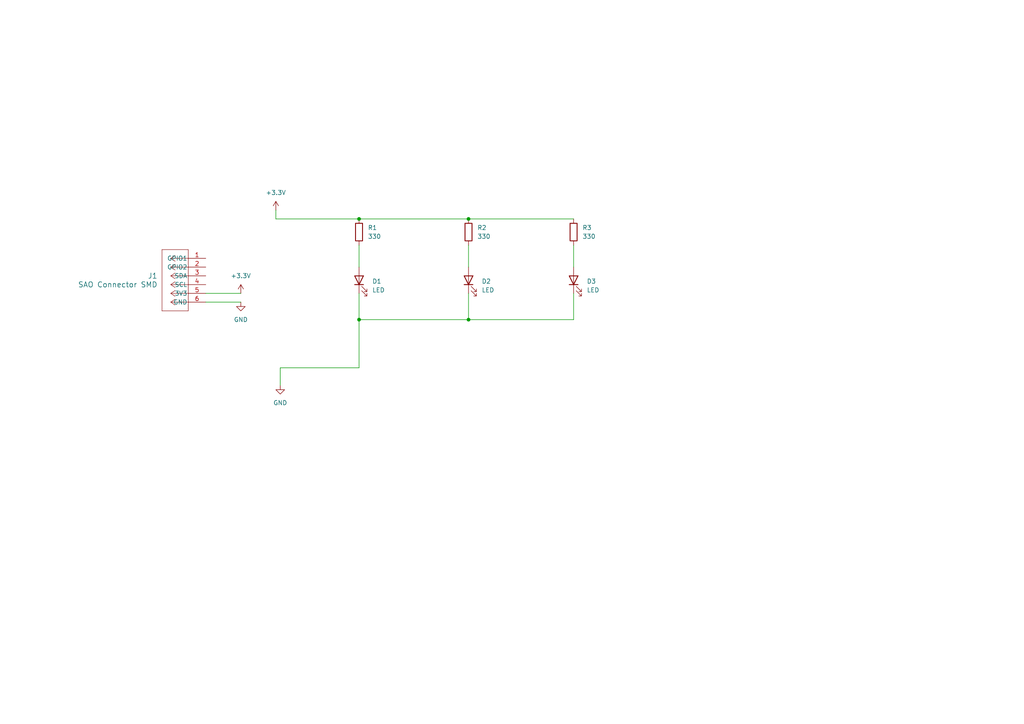
<source format=kicad_sch>
(kicad_sch
	(version 20231120)
	(generator "eeschema")
	(generator_version "8.0")
	(uuid "d5f2a1aa-578a-4ad8-9c0e-4bf4fc341cac")
	(paper "A4")
	(lib_symbols
		(symbol "Device:LED"
			(pin_numbers hide)
			(pin_names
				(offset 1.016) hide)
			(exclude_from_sim no)
			(in_bom yes)
			(on_board yes)
			(property "Reference" "D"
				(at 0 2.54 0)
				(effects
					(font
						(size 1.27 1.27)
					)
				)
			)
			(property "Value" "LED"
				(at 0 -2.54 0)
				(effects
					(font
						(size 1.27 1.27)
					)
				)
			)
			(property "Footprint" ""
				(at 0 0 0)
				(effects
					(font
						(size 1.27 1.27)
					)
					(hide yes)
				)
			)
			(property "Datasheet" "~"
				(at 0 0 0)
				(effects
					(font
						(size 1.27 1.27)
					)
					(hide yes)
				)
			)
			(property "Description" "Light emitting diode"
				(at 0 0 0)
				(effects
					(font
						(size 1.27 1.27)
					)
					(hide yes)
				)
			)
			(property "ki_keywords" "LED diode"
				(at 0 0 0)
				(effects
					(font
						(size 1.27 1.27)
					)
					(hide yes)
				)
			)
			(property "ki_fp_filters" "LED* LED_SMD:* LED_THT:*"
				(at 0 0 0)
				(effects
					(font
						(size 1.27 1.27)
					)
					(hide yes)
				)
			)
			(symbol "LED_0_1"
				(polyline
					(pts
						(xy -1.27 -1.27) (xy -1.27 1.27)
					)
					(stroke
						(width 0.254)
						(type default)
					)
					(fill
						(type none)
					)
				)
				(polyline
					(pts
						(xy -1.27 0) (xy 1.27 0)
					)
					(stroke
						(width 0)
						(type default)
					)
					(fill
						(type none)
					)
				)
				(polyline
					(pts
						(xy 1.27 -1.27) (xy 1.27 1.27) (xy -1.27 0) (xy 1.27 -1.27)
					)
					(stroke
						(width 0.254)
						(type default)
					)
					(fill
						(type none)
					)
				)
				(polyline
					(pts
						(xy -3.048 -0.762) (xy -4.572 -2.286) (xy -3.81 -2.286) (xy -4.572 -2.286) (xy -4.572 -1.524)
					)
					(stroke
						(width 0)
						(type default)
					)
					(fill
						(type none)
					)
				)
				(polyline
					(pts
						(xy -1.778 -0.762) (xy -3.302 -2.286) (xy -2.54 -2.286) (xy -3.302 -2.286) (xy -3.302 -1.524)
					)
					(stroke
						(width 0)
						(type default)
					)
					(fill
						(type none)
					)
				)
			)
			(symbol "LED_1_1"
				(pin passive line
					(at -3.81 0 0)
					(length 2.54)
					(name "K"
						(effects
							(font
								(size 1.27 1.27)
							)
						)
					)
					(number "1"
						(effects
							(font
								(size 1.27 1.27)
							)
						)
					)
				)
				(pin passive line
					(at 3.81 0 180)
					(length 2.54)
					(name "A"
						(effects
							(font
								(size 1.27 1.27)
							)
						)
					)
					(number "2"
						(effects
							(font
								(size 1.27 1.27)
							)
						)
					)
				)
			)
		)
		(symbol "Device:R"
			(pin_numbers hide)
			(pin_names
				(offset 0)
			)
			(exclude_from_sim no)
			(in_bom yes)
			(on_board yes)
			(property "Reference" "R"
				(at 2.032 0 90)
				(effects
					(font
						(size 1.27 1.27)
					)
				)
			)
			(property "Value" "R"
				(at 0 0 90)
				(effects
					(font
						(size 1.27 1.27)
					)
				)
			)
			(property "Footprint" ""
				(at -1.778 0 90)
				(effects
					(font
						(size 1.27 1.27)
					)
					(hide yes)
				)
			)
			(property "Datasheet" "~"
				(at 0 0 0)
				(effects
					(font
						(size 1.27 1.27)
					)
					(hide yes)
				)
			)
			(property "Description" "Resistor"
				(at 0 0 0)
				(effects
					(font
						(size 1.27 1.27)
					)
					(hide yes)
				)
			)
			(property "ki_keywords" "R res resistor"
				(at 0 0 0)
				(effects
					(font
						(size 1.27 1.27)
					)
					(hide yes)
				)
			)
			(property "ki_fp_filters" "R_*"
				(at 0 0 0)
				(effects
					(font
						(size 1.27 1.27)
					)
					(hide yes)
				)
			)
			(symbol "R_0_1"
				(rectangle
					(start -1.016 -2.54)
					(end 1.016 2.54)
					(stroke
						(width 0.254)
						(type default)
					)
					(fill
						(type none)
					)
				)
			)
			(symbol "R_1_1"
				(pin passive line
					(at 0 3.81 270)
					(length 1.27)
					(name "~"
						(effects
							(font
								(size 1.27 1.27)
							)
						)
					)
					(number "1"
						(effects
							(font
								(size 1.27 1.27)
							)
						)
					)
				)
				(pin passive line
					(at 0 -3.81 90)
					(length 1.27)
					(name "~"
						(effects
							(font
								(size 1.27 1.27)
							)
						)
					)
					(number "2"
						(effects
							(font
								(size 1.27 1.27)
							)
						)
					)
				)
			)
		)
		(symbol "SAO Connector SMD:SAO Connector SMD"
			(pin_names
				(offset 0.254)
			)
			(exclude_from_sim no)
			(in_bom yes)
			(on_board yes)
			(property "Reference" "J"
				(at 8.89 6.35 0)
				(effects
					(font
						(size 1.524 1.524)
					)
				)
			)
			(property "Value" "SAO Connector SMD"
				(at 0 0 0)
				(effects
					(font
						(size 1.524 1.524)
					)
				)
			)
			(property "Footprint" "components:SAO Connector SMD"
				(at 0 0 0)
				(effects
					(font
						(size 1.27 1.27)
						(italic yes)
					)
					(hide yes)
				)
			)
			(property "Datasheet" "M20-8760342"
				(at 0 0 0)
				(effects
					(font
						(size 1.27 1.27)
						(italic yes)
					)
					(hide yes)
				)
			)
			(property "Description" ""
				(at 0 0 0)
				(effects
					(font
						(size 1.27 1.27)
					)
					(hide yes)
				)
			)
			(property "ki_keywords" "M20-8760342"
				(at 0 0 0)
				(effects
					(font
						(size 1.27 1.27)
					)
					(hide yes)
				)
			)
			(property "ki_fp_filters" "CONN6_M20-8760342_HRW"
				(at 0 0 0)
				(effects
					(font
						(size 1.27 1.27)
					)
					(hide yes)
				)
			)
			(symbol "SAO Connector SMD_1_1"
				(polyline
					(pts
						(xy 5.08 -15.24) (xy 12.7 -15.24)
					)
					(stroke
						(width 0.127)
						(type default)
					)
					(fill
						(type none)
					)
				)
				(polyline
					(pts
						(xy 5.08 2.54) (xy 5.08 -15.24)
					)
					(stroke
						(width 0.127)
						(type default)
					)
					(fill
						(type none)
					)
				)
				(polyline
					(pts
						(xy 10.16 -12.7) (xy 5.08 -12.7)
					)
					(stroke
						(width 0.127)
						(type default)
					)
					(fill
						(type none)
					)
				)
				(polyline
					(pts
						(xy 10.16 -12.7) (xy 8.89 -13.5467)
					)
					(stroke
						(width 0.127)
						(type default)
					)
					(fill
						(type none)
					)
				)
				(polyline
					(pts
						(xy 10.16 -12.7) (xy 8.89 -11.8533)
					)
					(stroke
						(width 0.127)
						(type default)
					)
					(fill
						(type none)
					)
				)
				(polyline
					(pts
						(xy 10.16 -10.16) (xy 5.08 -10.16)
					)
					(stroke
						(width 0.127)
						(type default)
					)
					(fill
						(type none)
					)
				)
				(polyline
					(pts
						(xy 10.16 -10.16) (xy 8.89 -11.0067)
					)
					(stroke
						(width 0.127)
						(type default)
					)
					(fill
						(type none)
					)
				)
				(polyline
					(pts
						(xy 10.16 -10.16) (xy 8.89 -9.3133)
					)
					(stroke
						(width 0.127)
						(type default)
					)
					(fill
						(type none)
					)
				)
				(polyline
					(pts
						(xy 10.16 -7.62) (xy 5.08 -7.62)
					)
					(stroke
						(width 0.127)
						(type default)
					)
					(fill
						(type none)
					)
				)
				(polyline
					(pts
						(xy 10.16 -7.62) (xy 8.89 -8.4667)
					)
					(stroke
						(width 0.127)
						(type default)
					)
					(fill
						(type none)
					)
				)
				(polyline
					(pts
						(xy 10.16 -7.62) (xy 8.89 -6.7733)
					)
					(stroke
						(width 0.127)
						(type default)
					)
					(fill
						(type none)
					)
				)
				(polyline
					(pts
						(xy 10.16 -5.08) (xy 5.08 -5.08)
					)
					(stroke
						(width 0.127)
						(type default)
					)
					(fill
						(type none)
					)
				)
				(polyline
					(pts
						(xy 10.16 -5.08) (xy 8.89 -5.9267)
					)
					(stroke
						(width 0.127)
						(type default)
					)
					(fill
						(type none)
					)
				)
				(polyline
					(pts
						(xy 10.16 -5.08) (xy 8.89 -4.2333)
					)
					(stroke
						(width 0.127)
						(type default)
					)
					(fill
						(type none)
					)
				)
				(polyline
					(pts
						(xy 10.16 -2.54) (xy 5.08 -2.54)
					)
					(stroke
						(width 0.127)
						(type default)
					)
					(fill
						(type none)
					)
				)
				(polyline
					(pts
						(xy 10.16 -2.54) (xy 8.89 -3.3867)
					)
					(stroke
						(width 0.127)
						(type default)
					)
					(fill
						(type none)
					)
				)
				(polyline
					(pts
						(xy 10.16 -2.54) (xy 8.89 -1.6933)
					)
					(stroke
						(width 0.127)
						(type default)
					)
					(fill
						(type none)
					)
				)
				(polyline
					(pts
						(xy 10.16 0) (xy 5.08 0)
					)
					(stroke
						(width 0.127)
						(type default)
					)
					(fill
						(type none)
					)
				)
				(polyline
					(pts
						(xy 10.16 0) (xy 8.89 -0.8467)
					)
					(stroke
						(width 0.127)
						(type default)
					)
					(fill
						(type none)
					)
				)
				(polyline
					(pts
						(xy 10.16 0) (xy 8.89 0.8467)
					)
					(stroke
						(width 0.127)
						(type default)
					)
					(fill
						(type none)
					)
				)
				(polyline
					(pts
						(xy 12.7 -15.24) (xy 12.7 2.54)
					)
					(stroke
						(width 0.127)
						(type default)
					)
					(fill
						(type none)
					)
				)
				(polyline
					(pts
						(xy 12.7 2.54) (xy 5.08 2.54)
					)
					(stroke
						(width 0.127)
						(type default)
					)
					(fill
						(type none)
					)
				)
				(pin unspecified line
					(at 0 0 0)
					(length 5.08)
					(name "GPIO1"
						(effects
							(font
								(size 1.27 1.27)
							)
						)
					)
					(number "1"
						(effects
							(font
								(size 1.27 1.27)
							)
						)
					)
				)
				(pin unspecified line
					(at 0 -2.54 0)
					(length 5.08)
					(name "GPIO2"
						(effects
							(font
								(size 1.27 1.27)
							)
						)
					)
					(number "2"
						(effects
							(font
								(size 1.27 1.27)
							)
						)
					)
				)
				(pin unspecified line
					(at 0 -5.08 0)
					(length 5.08)
					(name "SDA"
						(effects
							(font
								(size 1.27 1.27)
							)
						)
					)
					(number "3"
						(effects
							(font
								(size 1.27 1.27)
							)
						)
					)
				)
				(pin unspecified line
					(at 0 -7.62 0)
					(length 5.08)
					(name "SCL"
						(effects
							(font
								(size 1.27 1.27)
							)
						)
					)
					(number "4"
						(effects
							(font
								(size 1.27 1.27)
							)
						)
					)
				)
				(pin unspecified line
					(at 0 -10.16 0)
					(length 5.08)
					(name "3V3"
						(effects
							(font
								(size 1.27 1.27)
							)
						)
					)
					(number "5"
						(effects
							(font
								(size 1.27 1.27)
							)
						)
					)
				)
				(pin unspecified line
					(at 0 -12.7 0)
					(length 5.08)
					(name "GND"
						(effects
							(font
								(size 1.27 1.27)
							)
						)
					)
					(number "6"
						(effects
							(font
								(size 1.27 1.27)
							)
						)
					)
				)
			)
			(symbol "SAO Connector SMD_1_2"
				(polyline
					(pts
						(xy 5.08 -15.24) (xy 12.7 -15.24)
					)
					(stroke
						(width 0.127)
						(type default)
					)
					(fill
						(type none)
					)
				)
				(polyline
					(pts
						(xy 5.08 2.54) (xy 5.08 -15.24)
					)
					(stroke
						(width 0.127)
						(type default)
					)
					(fill
						(type none)
					)
				)
				(polyline
					(pts
						(xy 7.62 -12.7) (xy 5.08 -12.7)
					)
					(stroke
						(width 0.127)
						(type default)
					)
					(fill
						(type none)
					)
				)
				(polyline
					(pts
						(xy 7.62 -12.7) (xy 8.89 -13.5467)
					)
					(stroke
						(width 0.127)
						(type default)
					)
					(fill
						(type none)
					)
				)
				(polyline
					(pts
						(xy 7.62 -12.7) (xy 8.89 -11.8533)
					)
					(stroke
						(width 0.127)
						(type default)
					)
					(fill
						(type none)
					)
				)
				(polyline
					(pts
						(xy 7.62 -10.16) (xy 5.08 -10.16)
					)
					(stroke
						(width 0.127)
						(type default)
					)
					(fill
						(type none)
					)
				)
				(polyline
					(pts
						(xy 7.62 -10.16) (xy 8.89 -11.0067)
					)
					(stroke
						(width 0.127)
						(type default)
					)
					(fill
						(type none)
					)
				)
				(polyline
					(pts
						(xy 7.62 -10.16) (xy 8.89 -9.3133)
					)
					(stroke
						(width 0.127)
						(type default)
					)
					(fill
						(type none)
					)
				)
				(polyline
					(pts
						(xy 7.62 -7.62) (xy 5.08 -7.62)
					)
					(stroke
						(width 0.127)
						(type default)
					)
					(fill
						(type none)
					)
				)
				(polyline
					(pts
						(xy 7.62 -7.62) (xy 8.89 -8.4667)
					)
					(stroke
						(width 0.127)
						(type default)
					)
					(fill
						(type none)
					)
				)
				(polyline
					(pts
						(xy 7.62 -7.62) (xy 8.89 -6.7733)
					)
					(stroke
						(width 0.127)
						(type default)
					)
					(fill
						(type none)
					)
				)
				(polyline
					(pts
						(xy 7.62 -5.08) (xy 5.08 -5.08)
					)
					(stroke
						(width 0.127)
						(type default)
					)
					(fill
						(type none)
					)
				)
				(polyline
					(pts
						(xy 7.62 -5.08) (xy 8.89 -5.9267)
					)
					(stroke
						(width 0.127)
						(type default)
					)
					(fill
						(type none)
					)
				)
				(polyline
					(pts
						(xy 7.62 -5.08) (xy 8.89 -4.2333)
					)
					(stroke
						(width 0.127)
						(type default)
					)
					(fill
						(type none)
					)
				)
				(polyline
					(pts
						(xy 7.62 -2.54) (xy 5.08 -2.54)
					)
					(stroke
						(width 0.127)
						(type default)
					)
					(fill
						(type none)
					)
				)
				(polyline
					(pts
						(xy 7.62 -2.54) (xy 8.89 -3.3867)
					)
					(stroke
						(width 0.127)
						(type default)
					)
					(fill
						(type none)
					)
				)
				(polyline
					(pts
						(xy 7.62 -2.54) (xy 8.89 -1.6933)
					)
					(stroke
						(width 0.127)
						(type default)
					)
					(fill
						(type none)
					)
				)
				(polyline
					(pts
						(xy 7.62 0) (xy 5.08 0)
					)
					(stroke
						(width 0.127)
						(type default)
					)
					(fill
						(type none)
					)
				)
				(polyline
					(pts
						(xy 7.62 0) (xy 8.89 -0.8467)
					)
					(stroke
						(width 0.127)
						(type default)
					)
					(fill
						(type none)
					)
				)
				(polyline
					(pts
						(xy 7.62 0) (xy 8.89 0.8467)
					)
					(stroke
						(width 0.127)
						(type default)
					)
					(fill
						(type none)
					)
				)
				(polyline
					(pts
						(xy 12.7 -15.24) (xy 12.7 2.54)
					)
					(stroke
						(width 0.127)
						(type default)
					)
					(fill
						(type none)
					)
				)
				(polyline
					(pts
						(xy 12.7 2.54) (xy 5.08 2.54)
					)
					(stroke
						(width 0.127)
						(type default)
					)
					(fill
						(type none)
					)
				)
				(pin unspecified line
					(at 0 0 0)
					(length 5.08)
					(name "1"
						(effects
							(font
								(size 1.27 1.27)
							)
						)
					)
					(number "1"
						(effects
							(font
								(size 1.27 1.27)
							)
						)
					)
				)
				(pin unspecified line
					(at 0 -2.54 0)
					(length 5.08)
					(name "2"
						(effects
							(font
								(size 1.27 1.27)
							)
						)
					)
					(number "2"
						(effects
							(font
								(size 1.27 1.27)
							)
						)
					)
				)
				(pin unspecified line
					(at 0 -5.08 0)
					(length 5.08)
					(name "3"
						(effects
							(font
								(size 1.27 1.27)
							)
						)
					)
					(number "3"
						(effects
							(font
								(size 1.27 1.27)
							)
						)
					)
				)
				(pin unspecified line
					(at 0 -7.62 0)
					(length 5.08)
					(name "4"
						(effects
							(font
								(size 1.27 1.27)
							)
						)
					)
					(number "4"
						(effects
							(font
								(size 1.27 1.27)
							)
						)
					)
				)
				(pin unspecified line
					(at 0 -10.16 0)
					(length 5.08)
					(name "5"
						(effects
							(font
								(size 1.27 1.27)
							)
						)
					)
					(number "5"
						(effects
							(font
								(size 1.27 1.27)
							)
						)
					)
				)
				(pin unspecified line
					(at 0 -12.7 0)
					(length 5.08)
					(name "6"
						(effects
							(font
								(size 1.27 1.27)
							)
						)
					)
					(number "6"
						(effects
							(font
								(size 1.27 1.27)
							)
						)
					)
				)
			)
		)
		(symbol "power:+3.3V"
			(power)
			(pin_numbers hide)
			(pin_names
				(offset 0) hide)
			(exclude_from_sim no)
			(in_bom yes)
			(on_board yes)
			(property "Reference" "#PWR"
				(at 0 -3.81 0)
				(effects
					(font
						(size 1.27 1.27)
					)
					(hide yes)
				)
			)
			(property "Value" "+3.3V"
				(at 0 3.556 0)
				(effects
					(font
						(size 1.27 1.27)
					)
				)
			)
			(property "Footprint" ""
				(at 0 0 0)
				(effects
					(font
						(size 1.27 1.27)
					)
					(hide yes)
				)
			)
			(property "Datasheet" ""
				(at 0 0 0)
				(effects
					(font
						(size 1.27 1.27)
					)
					(hide yes)
				)
			)
			(property "Description" "Power symbol creates a global label with name \"+3.3V\""
				(at 0 0 0)
				(effects
					(font
						(size 1.27 1.27)
					)
					(hide yes)
				)
			)
			(property "ki_keywords" "global power"
				(at 0 0 0)
				(effects
					(font
						(size 1.27 1.27)
					)
					(hide yes)
				)
			)
			(symbol "+3.3V_0_1"
				(polyline
					(pts
						(xy -0.762 1.27) (xy 0 2.54)
					)
					(stroke
						(width 0)
						(type default)
					)
					(fill
						(type none)
					)
				)
				(polyline
					(pts
						(xy 0 0) (xy 0 2.54)
					)
					(stroke
						(width 0)
						(type default)
					)
					(fill
						(type none)
					)
				)
				(polyline
					(pts
						(xy 0 2.54) (xy 0.762 1.27)
					)
					(stroke
						(width 0)
						(type default)
					)
					(fill
						(type none)
					)
				)
			)
			(symbol "+3.3V_1_1"
				(pin power_in line
					(at 0 0 90)
					(length 0)
					(name "~"
						(effects
							(font
								(size 1.27 1.27)
							)
						)
					)
					(number "1"
						(effects
							(font
								(size 1.27 1.27)
							)
						)
					)
				)
			)
		)
		(symbol "power:GND"
			(power)
			(pin_numbers hide)
			(pin_names
				(offset 0) hide)
			(exclude_from_sim no)
			(in_bom yes)
			(on_board yes)
			(property "Reference" "#PWR"
				(at 0 -6.35 0)
				(effects
					(font
						(size 1.27 1.27)
					)
					(hide yes)
				)
			)
			(property "Value" "GND"
				(at 0 -3.81 0)
				(effects
					(font
						(size 1.27 1.27)
					)
				)
			)
			(property "Footprint" ""
				(at 0 0 0)
				(effects
					(font
						(size 1.27 1.27)
					)
					(hide yes)
				)
			)
			(property "Datasheet" ""
				(at 0 0 0)
				(effects
					(font
						(size 1.27 1.27)
					)
					(hide yes)
				)
			)
			(property "Description" "Power symbol creates a global label with name \"GND\" , ground"
				(at 0 0 0)
				(effects
					(font
						(size 1.27 1.27)
					)
					(hide yes)
				)
			)
			(property "ki_keywords" "global power"
				(at 0 0 0)
				(effects
					(font
						(size 1.27 1.27)
					)
					(hide yes)
				)
			)
			(symbol "GND_0_1"
				(polyline
					(pts
						(xy 0 0) (xy 0 -1.27) (xy 1.27 -1.27) (xy 0 -2.54) (xy -1.27 -1.27) (xy 0 -1.27)
					)
					(stroke
						(width 0)
						(type default)
					)
					(fill
						(type none)
					)
				)
			)
			(symbol "GND_1_1"
				(pin power_in line
					(at 0 0 270)
					(length 0)
					(name "~"
						(effects
							(font
								(size 1.27 1.27)
							)
						)
					)
					(number "1"
						(effects
							(font
								(size 1.27 1.27)
							)
						)
					)
				)
			)
		)
	)
	(junction
		(at 104.14 92.71)
		(diameter 0)
		(color 0 0 0 0)
		(uuid "507fb498-d041-454c-a238-359aa356d440")
	)
	(junction
		(at 135.89 63.5)
		(diameter 0)
		(color 0 0 0 0)
		(uuid "6c3fe878-5cde-4249-ae39-50865c702dff")
	)
	(junction
		(at 104.14 63.5)
		(diameter 0)
		(color 0 0 0 0)
		(uuid "a08ab826-4d0b-4317-9cc3-f3e2eded6994")
	)
	(junction
		(at 135.89 92.71)
		(diameter 0)
		(color 0 0 0 0)
		(uuid "bcbc98a2-78f2-4a9e-b9e5-9de211065378")
	)
	(wire
		(pts
			(xy 135.89 71.12) (xy 135.89 77.47)
		)
		(stroke
			(width 0)
			(type default)
		)
		(uuid "01cd4b76-c66e-4201-b5a9-4f0d9545d5ac")
	)
	(wire
		(pts
			(xy 104.14 92.71) (xy 135.89 92.71)
		)
		(stroke
			(width 0)
			(type default)
		)
		(uuid "0499bb8a-7007-4f05-9ed9-f1e48d9e4753")
	)
	(wire
		(pts
			(xy 59.69 85.09) (xy 69.85 85.09)
		)
		(stroke
			(width 0)
			(type default)
		)
		(uuid "064ea619-c34b-49cf-b7eb-860d29b8c2b7")
	)
	(wire
		(pts
			(xy 135.89 85.09) (xy 135.89 92.71)
		)
		(stroke
			(width 0)
			(type default)
		)
		(uuid "2c994d04-7fb3-4d7c-9af9-e0bc429f4b5f")
	)
	(wire
		(pts
			(xy 135.89 92.71) (xy 166.37 92.71)
		)
		(stroke
			(width 0)
			(type default)
		)
		(uuid "397124ae-a36e-47ef-8faa-775c45774154")
	)
	(wire
		(pts
			(xy 166.37 85.09) (xy 166.37 92.71)
		)
		(stroke
			(width 0)
			(type default)
		)
		(uuid "49df9bbe-3f39-4ec1-86d5-74a9fcb2a9f9")
	)
	(wire
		(pts
			(xy 104.14 92.71) (xy 104.14 106.68)
		)
		(stroke
			(width 0)
			(type default)
		)
		(uuid "581c3e89-0b69-4f1a-b5ab-a0fa2490cc3e")
	)
	(wire
		(pts
			(xy 80.01 63.5) (xy 80.01 60.96)
		)
		(stroke
			(width 0)
			(type default)
		)
		(uuid "7ed3070c-736a-4ba9-97d4-f1c0ab8028b9")
	)
	(wire
		(pts
			(xy 104.14 63.5) (xy 135.89 63.5)
		)
		(stroke
			(width 0)
			(type default)
		)
		(uuid "8f5c9f6f-9a29-495a-909b-a5d4740610e0")
	)
	(wire
		(pts
			(xy 135.89 63.5) (xy 166.37 63.5)
		)
		(stroke
			(width 0)
			(type default)
		)
		(uuid "951b07e5-cbc3-486b-b68f-c0d86c89fcd0")
	)
	(wire
		(pts
			(xy 59.69 87.63) (xy 69.85 87.63)
		)
		(stroke
			(width 0)
			(type default)
		)
		(uuid "9d9cd78e-e936-4fbf-b169-d4e6b2094de8")
	)
	(wire
		(pts
			(xy 104.14 85.09) (xy 104.14 92.71)
		)
		(stroke
			(width 0)
			(type default)
		)
		(uuid "a908ec50-7720-4143-91cf-a34dc8e56c45")
	)
	(wire
		(pts
			(xy 166.37 71.12) (xy 166.37 77.47)
		)
		(stroke
			(width 0)
			(type default)
		)
		(uuid "b69dd464-2cf2-42c4-814b-8f514a624501")
	)
	(wire
		(pts
			(xy 104.14 71.12) (xy 104.14 77.47)
		)
		(stroke
			(width 0)
			(type default)
		)
		(uuid "bf570b47-5253-491e-be3c-411e9f1d351c")
	)
	(wire
		(pts
			(xy 81.28 106.68) (xy 81.28 111.76)
		)
		(stroke
			(width 0)
			(type default)
		)
		(uuid "bff91f98-533d-47c8-bd1f-c54883e88cce")
	)
	(wire
		(pts
			(xy 104.14 106.68) (xy 81.28 106.68)
		)
		(stroke
			(width 0)
			(type default)
		)
		(uuid "cd04b841-5830-4b8c-8130-44e1932a94b8")
	)
	(wire
		(pts
			(xy 80.01 63.5) (xy 104.14 63.5)
		)
		(stroke
			(width 0)
			(type default)
		)
		(uuid "ea6b259b-42a9-4429-bb82-676b3ff7441a")
	)
	(symbol
		(lib_id "Device:R")
		(at 166.37 67.31 0)
		(unit 1)
		(exclude_from_sim no)
		(in_bom yes)
		(on_board yes)
		(dnp no)
		(fields_autoplaced yes)
		(uuid "1b58276c-efee-4e89-aa3d-184a45ef0b15")
		(property "Reference" "R3"
			(at 168.91 66.0399 0)
			(effects
				(font
					(size 1.27 1.27)
				)
				(justify left)
			)
		)
		(property "Value" "330"
			(at 168.91 68.5799 0)
			(effects
				(font
					(size 1.27 1.27)
				)
				(justify left)
			)
		)
		(property "Footprint" "Resistor_SMD:R_0805_2012Metric_Pad1.20x1.40mm_HandSolder"
			(at 164.592 67.31 90)
			(effects
				(font
					(size 1.27 1.27)
				)
				(hide yes)
			)
		)
		(property "Datasheet" "~"
			(at 166.37 67.31 0)
			(effects
				(font
					(size 1.27 1.27)
				)
				(hide yes)
			)
		)
		(property "Description" "Resistor"
			(at 166.37 67.31 0)
			(effects
				(font
					(size 1.27 1.27)
				)
				(hide yes)
			)
		)
		(pin "2"
			(uuid "e14624ba-cf5e-44a2-b8fb-9fa552aa2fb1")
		)
		(pin "1"
			(uuid "c13d5820-0ec8-4fe6-a507-960722dd93c4")
		)
		(instances
			(project "Sao_SlotMachine"
				(path "/d5f2a1aa-578a-4ad8-9c0e-4bf4fc341cac"
					(reference "R3")
					(unit 1)
				)
			)
		)
	)
	(symbol
		(lib_id "Device:LED")
		(at 166.37 81.28 90)
		(unit 1)
		(exclude_from_sim no)
		(in_bom yes)
		(on_board yes)
		(dnp no)
		(fields_autoplaced yes)
		(uuid "1b7c7229-a0d8-407b-b0b6-c42ea154ca26")
		(property "Reference" "D3"
			(at 170.18 81.5974 90)
			(effects
				(font
					(size 1.27 1.27)
				)
				(justify right)
			)
		)
		(property "Value" "LED"
			(at 170.18 84.1374 90)
			(effects
				(font
					(size 1.27 1.27)
				)
				(justify right)
			)
		)
		(property "Footprint" "LED_SMD:LED_1206_3216Metric_Pad1.42x1.75mm_HandSolder"
			(at 166.37 81.28 0)
			(effects
				(font
					(size 1.27 1.27)
				)
				(hide yes)
			)
		)
		(property "Datasheet" "~"
			(at 166.37 81.28 0)
			(effects
				(font
					(size 1.27 1.27)
				)
				(hide yes)
			)
		)
		(property "Description" "Light emitting diode"
			(at 166.37 81.28 0)
			(effects
				(font
					(size 1.27 1.27)
				)
				(hide yes)
			)
		)
		(pin "1"
			(uuid "4224f399-ddbe-4aee-bcc3-6e8349108d08")
		)
		(pin "2"
			(uuid "9651f97a-9b39-4253-933d-f55f0d9ac409")
		)
		(instances
			(project "Sao_SlotMachine"
				(path "/d5f2a1aa-578a-4ad8-9c0e-4bf4fc341cac"
					(reference "D3")
					(unit 1)
				)
			)
		)
	)
	(symbol
		(lib_id "SAO Connector SMD:SAO Connector SMD")
		(at 59.69 74.93 0)
		(mirror y)
		(unit 1)
		(exclude_from_sim no)
		(in_bom yes)
		(on_board yes)
		(dnp no)
		(uuid "38ebb079-aa22-4111-b680-b0105395bd4f")
		(property "Reference" "J1"
			(at 45.72 80.0099 0)
			(effects
				(font
					(size 1.524 1.524)
				)
				(justify left)
			)
		)
		(property "Value" "SAO Connector SMD"
			(at 45.72 82.5499 0)
			(effects
				(font
					(size 1.524 1.524)
				)
				(justify left)
			)
		)
		(property "Footprint" "footprints:SAO Connector SMD"
			(at 59.69 74.93 0)
			(effects
				(font
					(size 1.27 1.27)
					(italic yes)
				)
				(hide yes)
			)
		)
		(property "Datasheet" "M20-8760342"
			(at 59.69 74.93 0)
			(effects
				(font
					(size 1.27 1.27)
					(italic yes)
				)
				(hide yes)
			)
		)
		(property "Description" ""
			(at 59.69 74.93 0)
			(effects
				(font
					(size 1.27 1.27)
				)
				(hide yes)
			)
		)
		(pin "5"
			(uuid "847accad-19ea-49fa-86e7-bbb58db7c7b6")
		)
		(pin "4"
			(uuid "9b2341c1-601a-498e-a087-cf415013c751")
		)
		(pin "2"
			(uuid "e4d64f32-34b8-46b9-a774-ff6e94e52abe")
		)
		(pin "1"
			(uuid "ab1478a2-ab63-4434-93ea-c50fa3e6651f")
		)
		(pin "3"
			(uuid "58a8fa69-d397-48c2-835f-b1f327c2b231")
		)
		(pin "6"
			(uuid "6ccd6647-02e7-4eaa-a709-c2c3fd49f524")
		)
		(instances
			(project ""
				(path "/d5f2a1aa-578a-4ad8-9c0e-4bf4fc341cac"
					(reference "J1")
					(unit 1)
				)
			)
		)
	)
	(symbol
		(lib_id "Device:LED")
		(at 104.14 81.28 90)
		(unit 1)
		(exclude_from_sim no)
		(in_bom yes)
		(on_board yes)
		(dnp no)
		(fields_autoplaced yes)
		(uuid "4868d45b-94d2-4dcf-9a14-bdb9274920de")
		(property "Reference" "D1"
			(at 107.95 81.5974 90)
			(effects
				(font
					(size 1.27 1.27)
				)
				(justify right)
			)
		)
		(property "Value" "LED"
			(at 107.95 84.1374 90)
			(effects
				(font
					(size 1.27 1.27)
				)
				(justify right)
			)
		)
		(property "Footprint" "LED_SMD:LED_1206_3216Metric_Pad1.42x1.75mm_HandSolder"
			(at 104.14 81.28 0)
			(effects
				(font
					(size 1.27 1.27)
				)
				(hide yes)
			)
		)
		(property "Datasheet" "~"
			(at 104.14 81.28 0)
			(effects
				(font
					(size 1.27 1.27)
				)
				(hide yes)
			)
		)
		(property "Description" "Light emitting diode"
			(at 104.14 81.28 0)
			(effects
				(font
					(size 1.27 1.27)
				)
				(hide yes)
			)
		)
		(pin "1"
			(uuid "f0c12c19-cf99-44ca-accd-9f4628fe26ea")
		)
		(pin "2"
			(uuid "2a876078-98d9-4733-9c5d-e0247e6b22ef")
		)
		(instances
			(project ""
				(path "/d5f2a1aa-578a-4ad8-9c0e-4bf4fc341cac"
					(reference "D1")
					(unit 1)
				)
			)
		)
	)
	(symbol
		(lib_id "power:GND")
		(at 69.85 87.63 0)
		(unit 1)
		(exclude_from_sim no)
		(in_bom yes)
		(on_board yes)
		(dnp no)
		(fields_autoplaced yes)
		(uuid "49a8774a-40b8-4537-8dac-9bd0bc165777")
		(property "Reference" "#PWR01"
			(at 69.85 93.98 0)
			(effects
				(font
					(size 1.27 1.27)
				)
				(hide yes)
			)
		)
		(property "Value" "GND"
			(at 69.85 92.71 0)
			(effects
				(font
					(size 1.27 1.27)
				)
			)
		)
		(property "Footprint" ""
			(at 69.85 87.63 0)
			(effects
				(font
					(size 1.27 1.27)
				)
				(hide yes)
			)
		)
		(property "Datasheet" ""
			(at 69.85 87.63 0)
			(effects
				(font
					(size 1.27 1.27)
				)
				(hide yes)
			)
		)
		(property "Description" "Power symbol creates a global label with name \"GND\" , ground"
			(at 69.85 87.63 0)
			(effects
				(font
					(size 1.27 1.27)
				)
				(hide yes)
			)
		)
		(pin "1"
			(uuid "859d17bc-636f-4a90-b23f-15f17159c252")
		)
		(instances
			(project ""
				(path "/d5f2a1aa-578a-4ad8-9c0e-4bf4fc341cac"
					(reference "#PWR01")
					(unit 1)
				)
			)
		)
	)
	(symbol
		(lib_id "power:+3.3V")
		(at 80.01 60.96 0)
		(unit 1)
		(exclude_from_sim no)
		(in_bom yes)
		(on_board yes)
		(dnp no)
		(fields_autoplaced yes)
		(uuid "6dacc9f4-24dc-4935-88ff-08c47adaf9c3")
		(property "Reference" "#PWR03"
			(at 80.01 64.77 0)
			(effects
				(font
					(size 1.27 1.27)
				)
				(hide yes)
			)
		)
		(property "Value" "+3.3V"
			(at 80.01 55.88 0)
			(effects
				(font
					(size 1.27 1.27)
				)
			)
		)
		(property "Footprint" ""
			(at 80.01 60.96 0)
			(effects
				(font
					(size 1.27 1.27)
				)
				(hide yes)
			)
		)
		(property "Datasheet" ""
			(at 80.01 60.96 0)
			(effects
				(font
					(size 1.27 1.27)
				)
				(hide yes)
			)
		)
		(property "Description" "Power symbol creates a global label with name \"+3.3V\""
			(at 80.01 60.96 0)
			(effects
				(font
					(size 1.27 1.27)
				)
				(hide yes)
			)
		)
		(pin "1"
			(uuid "d043e2e9-fa4a-49e4-9fc4-763aef4d2625")
		)
		(instances
			(project "Sao_Diamond"
				(path "/d5f2a1aa-578a-4ad8-9c0e-4bf4fc341cac"
					(reference "#PWR03")
					(unit 1)
				)
			)
		)
	)
	(symbol
		(lib_id "Device:R")
		(at 135.89 67.31 0)
		(unit 1)
		(exclude_from_sim no)
		(in_bom yes)
		(on_board yes)
		(dnp no)
		(fields_autoplaced yes)
		(uuid "787d6f5b-07a7-4ae1-b68b-6944b63bd2b2")
		(property "Reference" "R2"
			(at 138.43 66.0399 0)
			(effects
				(font
					(size 1.27 1.27)
				)
				(justify left)
			)
		)
		(property "Value" "330"
			(at 138.43 68.5799 0)
			(effects
				(font
					(size 1.27 1.27)
				)
				(justify left)
			)
		)
		(property "Footprint" "Resistor_SMD:R_0805_2012Metric_Pad1.20x1.40mm_HandSolder"
			(at 134.112 67.31 90)
			(effects
				(font
					(size 1.27 1.27)
				)
				(hide yes)
			)
		)
		(property "Datasheet" "~"
			(at 135.89 67.31 0)
			(effects
				(font
					(size 1.27 1.27)
				)
				(hide yes)
			)
		)
		(property "Description" "Resistor"
			(at 135.89 67.31 0)
			(effects
				(font
					(size 1.27 1.27)
				)
				(hide yes)
			)
		)
		(pin "2"
			(uuid "2f974ad5-eccf-4f94-9e87-4cae70bdba90")
		)
		(pin "1"
			(uuid "4444f366-239e-4c1b-a5b3-cae21d5079d4")
		)
		(instances
			(project "Sao_Diamond"
				(path "/d5f2a1aa-578a-4ad8-9c0e-4bf4fc341cac"
					(reference "R2")
					(unit 1)
				)
			)
		)
	)
	(symbol
		(lib_id "Device:LED")
		(at 135.89 81.28 90)
		(unit 1)
		(exclude_from_sim no)
		(in_bom yes)
		(on_board yes)
		(dnp no)
		(fields_autoplaced yes)
		(uuid "bb59de3d-0e16-46bd-83ed-6d5f9c7edc32")
		(property "Reference" "D2"
			(at 139.7 81.5974 90)
			(effects
				(font
					(size 1.27 1.27)
				)
				(justify right)
			)
		)
		(property "Value" "LED"
			(at 139.7 84.1374 90)
			(effects
				(font
					(size 1.27 1.27)
				)
				(justify right)
			)
		)
		(property "Footprint" "LED_SMD:LED_1206_3216Metric_Pad1.42x1.75mm_HandSolder"
			(at 135.89 81.28 0)
			(effects
				(font
					(size 1.27 1.27)
				)
				(hide yes)
			)
		)
		(property "Datasheet" "~"
			(at 135.89 81.28 0)
			(effects
				(font
					(size 1.27 1.27)
				)
				(hide yes)
			)
		)
		(property "Description" "Light emitting diode"
			(at 135.89 81.28 0)
			(effects
				(font
					(size 1.27 1.27)
				)
				(hide yes)
			)
		)
		(pin "1"
			(uuid "330b8873-6927-4310-ae64-40c0a2984ff6")
		)
		(pin "2"
			(uuid "40903869-a746-45cb-a33b-0f28d209c9f3")
		)
		(instances
			(project "Sao_Diamond"
				(path "/d5f2a1aa-578a-4ad8-9c0e-4bf4fc341cac"
					(reference "D2")
					(unit 1)
				)
			)
		)
	)
	(symbol
		(lib_id "power:GND")
		(at 81.28 111.76 0)
		(unit 1)
		(exclude_from_sim no)
		(in_bom yes)
		(on_board yes)
		(dnp no)
		(fields_autoplaced yes)
		(uuid "e34af459-a51d-4946-bf8c-35a913c21b2e")
		(property "Reference" "#PWR04"
			(at 81.28 118.11 0)
			(effects
				(font
					(size 1.27 1.27)
				)
				(hide yes)
			)
		)
		(property "Value" "GND"
			(at 81.28 116.84 0)
			(effects
				(font
					(size 1.27 1.27)
				)
			)
		)
		(property "Footprint" ""
			(at 81.28 111.76 0)
			(effects
				(font
					(size 1.27 1.27)
				)
				(hide yes)
			)
		)
		(property "Datasheet" ""
			(at 81.28 111.76 0)
			(effects
				(font
					(size 1.27 1.27)
				)
				(hide yes)
			)
		)
		(property "Description" "Power symbol creates a global label with name \"GND\" , ground"
			(at 81.28 111.76 0)
			(effects
				(font
					(size 1.27 1.27)
				)
				(hide yes)
			)
		)
		(pin "1"
			(uuid "a3c5e7a3-bf9c-4eb7-baf7-934fd9bc369f")
		)
		(instances
			(project "Sao_Diamond"
				(path "/d5f2a1aa-578a-4ad8-9c0e-4bf4fc341cac"
					(reference "#PWR04")
					(unit 1)
				)
			)
		)
	)
	(symbol
		(lib_id "power:+3.3V")
		(at 69.85 85.09 0)
		(unit 1)
		(exclude_from_sim no)
		(in_bom yes)
		(on_board yes)
		(dnp no)
		(fields_autoplaced yes)
		(uuid "e5995faf-6ba2-497d-b02f-31c8ec85153c")
		(property "Reference" "#PWR02"
			(at 69.85 88.9 0)
			(effects
				(font
					(size 1.27 1.27)
				)
				(hide yes)
			)
		)
		(property "Value" "+3.3V"
			(at 69.85 80.01 0)
			(effects
				(font
					(size 1.27 1.27)
				)
			)
		)
		(property "Footprint" ""
			(at 69.85 85.09 0)
			(effects
				(font
					(size 1.27 1.27)
				)
				(hide yes)
			)
		)
		(property "Datasheet" ""
			(at 69.85 85.09 0)
			(effects
				(font
					(size 1.27 1.27)
				)
				(hide yes)
			)
		)
		(property "Description" "Power symbol creates a global label with name \"+3.3V\""
			(at 69.85 85.09 0)
			(effects
				(font
					(size 1.27 1.27)
				)
				(hide yes)
			)
		)
		(pin "1"
			(uuid "5232a6f9-bd2d-4956-a0b2-fefc068f7967")
		)
		(instances
			(project ""
				(path "/d5f2a1aa-578a-4ad8-9c0e-4bf4fc341cac"
					(reference "#PWR02")
					(unit 1)
				)
			)
		)
	)
	(symbol
		(lib_id "Device:R")
		(at 104.14 67.31 0)
		(unit 1)
		(exclude_from_sim no)
		(in_bom yes)
		(on_board yes)
		(dnp no)
		(fields_autoplaced yes)
		(uuid "f4949c99-093d-4564-b2b3-85a523d432b4")
		(property "Reference" "R1"
			(at 106.68 66.0399 0)
			(effects
				(font
					(size 1.27 1.27)
				)
				(justify left)
			)
		)
		(property "Value" "330"
			(at 106.68 68.5799 0)
			(effects
				(font
					(size 1.27 1.27)
				)
				(justify left)
			)
		)
		(property "Footprint" "Resistor_SMD:R_0805_2012Metric_Pad1.20x1.40mm_HandSolder"
			(at 102.362 67.31 90)
			(effects
				(font
					(size 1.27 1.27)
				)
				(hide yes)
			)
		)
		(property "Datasheet" "~"
			(at 104.14 67.31 0)
			(effects
				(font
					(size 1.27 1.27)
				)
				(hide yes)
			)
		)
		(property "Description" "Resistor"
			(at 104.14 67.31 0)
			(effects
				(font
					(size 1.27 1.27)
				)
				(hide yes)
			)
		)
		(pin "2"
			(uuid "9c63119b-a610-4d83-92b6-3a6cad8c3e04")
		)
		(pin "1"
			(uuid "e58ee6d3-b010-4891-b4be-6298db3fb382")
		)
		(instances
			(project ""
				(path "/d5f2a1aa-578a-4ad8-9c0e-4bf4fc341cac"
					(reference "R1")
					(unit 1)
				)
			)
		)
	)
	(sheet_instances
		(path "/"
			(page "1")
		)
	)
)

</source>
